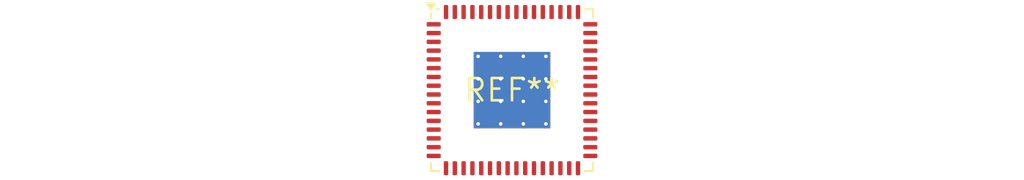
<source format=kicad_pcb>
(kicad_pcb (version 20240108) (generator pcbnew)
  (layers (0 "F.Cu" signal) (31 "B.Cu" signal) (34 "B.Paste" user) (35 "F.Paste" user) (36 "B.SilkS" user "B.Silkscreen") (37 "F.SilkS" user "F.Silkscreen") (38 "B.Mask" user) (39 "F.Mask" user) (44 "Edge.Cuts" user))
  (net 0 "")
  (footprint "QFN-64-1EP_9x9mm_P0.5mm_EP4.35x4.35mm_ThermalVias" (layer "F.Cu") (at 0 0)
    (property "Reference" "REF**")
    (property "Value" "QFN-64-1EP_9x9mm_P0.5mm_EP4.35x4.35mm_ThermalVias")
    (fp_line (start -4.61 -4.135) (end -4.61 -4.37) (layer "F.SilkS") (stroke (width 0.12)))
    (fp_line (start -4.61 4.61) (end -4.61 4.135) (layer "F.SilkS") (stroke (width 0.12)))
    (fp_line (start -4.135 -4.61) (end -4.31 -4.61) (layer "F.SilkS") (stroke (width 0.12)))
    (fp_line (start -4.135 4.61) (end -4.61 4.61) (layer "F.SilkS") (stroke (width 0.12)))
    (fp_line (start 4.135 -4.61) (end 4.61 -4.61) (layer "F.SilkS") (stroke (width 0.12)))
    (fp_line (start 4.135 4.61) (end 4.61 4.61) (layer "F.SilkS") (stroke (width 0.12)))
    (fp_line (start 4.61 -4.61) (end 4.61 -4.135) (layer "F.SilkS") (stroke (width 0.12)))
    (fp_line (start 4.61 4.61) (end 4.61 4.135) (layer "F.SilkS") (stroke (width 0.12)))
    (fp_poly (pts (xy -4.61 -4.61) (xy -4.85 -4.94) (xy -4.37 -4.94) (xy -4.61 -4.61)) (layer "F.SilkS") (stroke (width 0.12)) (fill solid))
    (pad "1" smd roundrect (at -4.45 -3.75) (size 0.8 0.25) (layers "F.Cu" "F.Paste" "F.Mask"))
    (pad "2" smd roundrect (at -4.45 -3.25) (size 0.8 0.25) (layers "F.Cu" "F.Paste" "F.Mask"))
    (pad "3" smd roundrect (at -4.45 -2.75) (size 0.8 0.25) (layers "F.Cu" "F.Paste" "F.Mask"))
    (pad "4" smd roundrect (at -4.45 -2.25) (size 0.8 0.25) (layers "F.Cu" "F.Paste" "F.Mask"))
    (pad "5" smd roundrect (at -4.45 -1.75) (size 0.8 0.25) (layers "F.Cu" "F.Paste" "F.Mask"))
    (pad "6" smd roundrect (at -4.45 -1.25) (size 0.8 0.25) (layers "F.Cu" "F.Paste" "F.Mask"))
    (pad "7" smd roundrect (at -4.45 -0.75) (size 0.8 0.25) (layers "F.Cu" "F.Paste" "F.Mask"))
    (pad "8" smd roundrect (at -4.45 -0.25) (size 0.8 0.25) (layers "F.Cu" "F.Paste" "F.Mask"))
    (pad "9" smd roundrect (at -4.45 0.25) (size 0.8 0.25) (layers "F.Cu" "F.Paste" "F.Mask"))
    (pad "10" smd roundrect (at -4.45 0.75) (size 0.8 0.25) (layers "F.Cu" "F.Paste" "F.Mask"))
    (pad "11" smd roundrect (at -4.45 1.25) (size 0.8 0.25) (layers "F.Cu" "F.Paste" "F.Mask"))
    (pad "12" smd roundrect (at -4.45 1.75) (size 0.8 0.25) (layers "F.Cu" "F.Paste" "F.Mask"))
    (pad "13" smd roundrect (at -4.45 2.25) (size 0.8 0.25) (layers "F.Cu" "F.Paste" "F.Mask"))
    (pad "14" smd roundrect (at -4.45 2.75) (size 0.8 0.25) (layers "F.Cu" "F.Paste" "F.Mask"))
    (pad "15" smd roundrect (at -4.45 3.25) (size 0.8 0.25) (layers "F.Cu" "F.Paste" "F.Mask"))
    (pad "16" smd roundrect (at -4.45 3.75) (size 0.8 0.25) (layers "F.Cu" "F.Paste" "F.Mask"))
    (pad "17" smd roundrect (at -3.75 4.45) (size 0.25 0.8) (layers "F.Cu" "F.Paste" "F.Mask"))
    (pad "18" smd roundrect (at -3.25 4.45) (size 0.25 0.8) (layers "F.Cu" "F.Paste" "F.Mask"))
    (pad "19" smd roundrect (at -2.75 4.45) (size 0.25 0.8) (layers "F.Cu" "F.Paste" "F.Mask"))
    (pad "20" smd roundrect (at -2.25 4.45) (size 0.25 0.8) (layers "F.Cu" "F.Paste" "F.Mask"))
    (pad "21" smd roundrect (at -1.75 4.45) (size 0.25 0.8) (layers "F.Cu" "F.Paste" "F.Mask"))
    (pad "22" smd roundrect (at -1.25 4.45) (size 0.25 0.8) (layers "F.Cu" "F.Paste" "F.Mask"))
    (pad "23" smd roundrect (at -0.75 4.45) (size 0.25 0.8) (layers "F.Cu" "F.Paste" "F.Mask"))
    (pad "24" smd roundrect (at -0.25 4.45) (size 0.25 0.8) (layers "F.Cu" "F.Paste" "F.Mask"))
    (pad "25" smd roundrect (at 0.25 4.45) (size 0.25 0.8) (layers "F.Cu" "F.Paste" "F.Mask"))
    (pad "26" smd roundrect (at 0.75 4.45) (size 0.25 0.8) (layers "F.Cu" "F.Paste" "F.Mask"))
    (pad "27" smd roundrect (at 1.25 4.45) (size 0.25 0.8) (layers "F.Cu" "F.Paste" "F.Mask"))
    (pad "28" smd roundrect (at 1.75 4.45) (size 0.25 0.8) (layers "F.Cu" "F.Paste" "F.Mask"))
    (pad "29" smd roundrect (at 2.25 4.45) (size 0.25 0.8) (layers "F.Cu" "F.Paste" "F.Mask"))
    (pad "30" smd roundrect (at 2.75 4.45) (size 0.25 0.8) (layers "F.Cu" "F.Paste" "F.Mask"))
    (pad "31" smd roundrect (at 3.25 4.45) (size 0.25 0.8) (layers "F.Cu" "F.Paste" "F.Mask"))
    (pad "32" smd roundrect (at 3.75 4.45) (size 0.25 0.8) (layers "F.Cu" "F.Paste" "F.Mask"))
    (pad "33" smd roundrect (at 4.45 3.75) (size 0.8 0.25) (layers "F.Cu" "F.Paste" "F.Mask"))
    (pad "34" smd roundrect (at 4.45 3.25) (size 0.8 0.25) (layers "F.Cu" "F.Paste" "F.Mask"))
    (pad "35" smd roundrect (at 4.45 2.75) (size 0.8 0.25) (layers "F.Cu" "F.Paste" "F.Mask"))
    (pad "36" smd roundrect (at 4.45 2.25) (size 0.8 0.25) (layers "F.Cu" "F.Paste" "F.Mask"))
    (pad "37" smd roundrect (at 4.45 1.75) (size 0.8 0.25) (layers "F.Cu" "F.Paste" "F.Mask"))
    (pad "38" smd roundrect (at 4.45 1.25) (size 0.8 0.25) (layers "F.Cu" "F.Paste" "F.Mask"))
    (pad "39" smd roundrect (at 4.45 0.75) (size 0.8 0.25) (layers "F.Cu" "F.Paste" "F.Mask"))
    (pad "40" smd roundrect (at 4.45 0.25) (size 0.8 0.25) (layers "F.Cu" "F.Paste" "F.Mask"))
    (pad "41" smd roundrect (at 4.45 -0.25) (size 0.8 0.25) (layers "F.Cu" "F.Paste" "F.Mask"))
    (pad "42" smd roundrect (at 4.45 -0.75) (size 0.8 0.25) (layers "F.Cu" "F.Paste" "F.Mask"))
    (pad "43" smd roundrect (at 4.45 -1.25) (size 0.8 0.25) (layers "F.Cu" "F.Paste" "F.Mask"))
    (pad "44" smd roundrect (at 4.45 -1.75) (size 0.8 0.25) (layers "F.Cu" "F.Paste" "F.Mask"))
    (pad "45" smd roundrect (at 4.45 -2.25) (size 0.8 0.25) (layers "F.Cu" "F.Paste" "F.Mask"))
    (pad "46" smd roundrect (at 4.45 -2.75) (size 0.8 0.25) (layers "F.Cu" "F.Paste" "F.Mask"))
    (pad "47" smd roundrect (at 4.45 -3.25) (size 0.8 0.25) (layers "F.Cu" "F.Paste" "F.Mask"))
    (pad "48" smd roundrect (at 4.45 -3.75) (size 0.8 0.25) (layers "F.Cu" "F.Paste" "F.Mask"))
    (pad "49" smd roundrect (at 3.75 -4.45) (size 0.25 0.8) (layers "F.Cu" "F.Paste" "F.Mask"))
    (pad "50" smd roundrect (at 3.25 -4.45) (size 0.25 0.8) (layers "F.Cu" "F.Paste" "F.Mask"))
    (pad "51" smd roundrect (at 2.75 -4.45) (size 0.25 0.8) (layers "F.Cu" "F.Paste" "F.Mask"))
    (pad "52" smd roundrect (at 2.25 -4.45) (size 0.25 0.8) (layers "F.Cu" "F.Paste" "F.Mask"))
    (pad "53" smd roundrect (at 1.75 -4.45) (size 0.25 0.8) (layers "F.Cu" "F.Paste" "F.Mask"))
    (pad "54" smd roundrect (at 1.25 -4.45) (size 0.25 0.8) (layers "F.Cu" "F.Paste" "F.Mask"))
    (pad "55" smd roundrect (at 0.75 -4.45) (size 0.25 0.8) (layers "F.Cu" "F.Paste" "F.Mask"))
    (pad "56" smd roundrect (at 0.25 -4.45) (size 0.25 0.8) (layers "F.Cu" "F.Paste" "F.Mask"))
    (pad "57" smd roundrect (at -0.25 -4.45) (size 0.25 0.8) (layers "F.Cu" "F.Paste" "F.Mask"))
    (pad "58" smd roundrect (at -0.75 -4.45) (size 0.25 0.8) (layers "F.Cu" "F.Paste" "F.Mask"))
    (pad "59" smd roundrect (at -1.25 -4.45) (size 0.25 0.8) (layers "F.Cu" "F.Paste" "F.Mask"))
    (pad "60" smd roundrect (at -1.75 -4.45) (size 0.25 0.8) (layers "F.Cu" "F.Paste" "F.Mask"))
    (pad "61" smd roundrect (at -2.25 -4.45) (size 0.25 0.8) (layers "F.Cu" "F.Paste" "F.Mask"))
    (pad "62" smd roundrect (at -2.75 -4.45) (size 0.25 0.8) (layers "F.Cu" "F.Paste" "F.Mask"))
    (pad "63" smd roundrect (at -3.25 -4.45) (size 0.25 0.8) (layers "F.Cu" "F.Paste" "F.Mask"))
    (pad "64" smd roundrect (at -3.75 -4.45) (size 0.25 0.8) (layers "F.Cu" "F.Paste" "F.Mask"))
    (pad "65" thru_hole circle (at -1.925 -1.925) (size 0.5 0.5) (drill 0.2) (property pad_prop_heatsink) (layers *.Cu) (remove_unused_layers))
    (pad "65" thru_hole circle (at -1.925 -0.641667) (size 0.5 0.5) (drill 0.2) (property pad_prop_heatsink) (layers *.Cu) (remove_unused_layers))
    (pad "65" thru_hole circle (at -1.925 0.641667) (size 0.5 0.5) (drill 0.2) (property pad_prop_heatsink) (layers *.Cu) (remove_unused_layers))
    (pad "65" thru_hole circle (at -1.925 1.925) (size 0.5 0.5) (drill 0.2) (property pad_prop_heatsink) (layers *.Cu) (remove_unused_layers))
    (pad "65" thru_hole circle (at -0.641667 -1.925) (size 0.5 0.5) (drill 0.2) (property pad_prop_heatsink) (layers *.Cu) (remove_unused_layers))
    (pad "65" thru_hole circle (at -0.641667 -0.641667) (size 0.5 0.5) (drill 0.2) (property pad_prop_heatsink) (layers *.Cu) (remove_unused_layers))
    (pad "65" thru_hole circle (at -0.641667 0.641667) (size 0.5 0.5) (drill 0.2) (property pad_prop_heatsink) (layers *.Cu) (remove_unused_layers))
    (pad "65" thru_hole circle (at -0.641667 1.925) (size 0.5 0.5) (drill 0.2) (property pad_prop_heatsink) (layers *.Cu) (remove_unused_layers))
    (pad "65" smd rect (at 0 0) (size 4.35 4.35) (property pad_prop_heatsink) (layers "F.Cu" "F.Mask"))
    (pad "65" smd rect (at 0 0) (size 4.35 4.35) (property pad_prop_heatsink) (layers "B.Cu"))
    (pad "65" thru_hole circle (at 0.641667 -1.925) (size 0.5 0.5) (drill 0.2) (property pad_prop_heatsink) (layers *.Cu) (remove_unused_layers))
    (pad "65" thru_hole circle (at 0.641667 -0.641667) (size 0.5 0.5) (drill 0.2) (property pad_prop_heatsink) (layers *.Cu) (remove_unused_layers))
    (pad "65" thru_hole circle (at 0.641667 0.641667) (size 0.5 0.5) (drill 0.2) (property pad_prop_heatsink) (layers *.Cu) (remove_unused_layers))
    (pad "65" thru_hole circle (at 0.641667 1.925) (size 0.5 0.5) (drill 0.2) (property pad_prop_heatsink) (layers *.Cu) (remove_unused_layers))
    (pad "65" thru_hole circle (at 1.925 -1.925) (size 0.5 0.5) (drill 0.2) (property pad_prop_heatsink) (layers *.Cu) (remove_unused_layers))
    (pad "65" thru_hole circle (at 1.925 -0.641667) (size 0.5 0.5) (drill 0.2) (property pad_prop_heatsink) (layers *.Cu) (remove_unused_layers))
    (pad "65" thru_hole circle (at 1.925 0.641667) (size 0.5 0.5) (drill 0.2) (property pad_prop_heatsink) (layers *.Cu) (remove_unused_layers))
    (pad "65" thru_hole circle (at 1.925 1.925) (size 0.5 0.5) (drill 0.2) (property pad_prop_heatsink) (layers *.Cu) (remove_unused_layers))
  )
)
</source>
